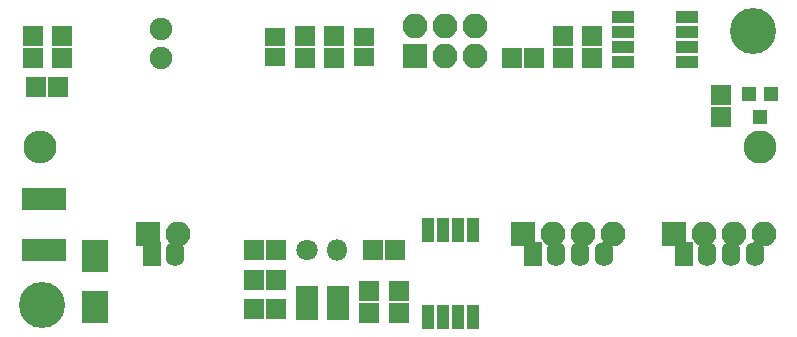
<source format=gts>
G04 #@! TF.GenerationSoftware,KiCad,Pcbnew,(5.1.0)-1*
G04 #@! TF.CreationDate,2019-06-25T11:49:38+01:00*
G04 #@! TF.ProjectId,BMS_Cell_Module,424d535f-4365-46c6-9c5f-4d6f64756c65,3.0*
G04 #@! TF.SameCoordinates,Original*
G04 #@! TF.FileFunction,Soldermask,Top*
G04 #@! TF.FilePolarity,Negative*
%FSLAX46Y46*%
G04 Gerber Fmt 4.6, Leading zero omitted, Abs format (unit mm)*
G04 Created by KiCad (PCBNEW (5.1.0)-1) date 2019-06-25 11:49:38*
%MOMM*%
%LPD*%
G04 APERTURE LIST*
%ADD10C,3.900000*%
%ADD11O,2.800000X2.800000*%
%ADD12C,2.800000*%
%ADD13R,3.800000X1.825000*%
%ADD14R,1.800000X1.725000*%
%ADD15R,2.100000X2.100000*%
%ADD16O,2.100000X2.100000*%
%ADD17R,2.200000X2.800000*%
%ADD18R,1.950000X1.000000*%
%ADD19R,1.050000X2.100000*%
%ADD20R,1.200000X1.300000*%
%ADD21C,1.900000*%
%ADD22R,1.725000X1.800000*%
%ADD23R,1.800000X1.550000*%
%ADD24R,1.600000X2.100000*%
%ADD25O,1.600000X2.100000*%
%ADD26C,1.800000*%
%ADD27O,1.800000X1.800000*%
%ADD28R,1.960000X1.050000*%
G04 APERTURE END LIST*
D10*
X110800000Y-96600000D03*
X171000000Y-73400000D03*
D11*
X110640000Y-83250000D03*
D12*
X171600000Y-83250000D03*
D13*
X111000000Y-87637500D03*
X111000000Y-91962500D03*
D14*
X133050000Y-75687500D03*
X133050000Y-73812500D03*
D15*
X164325000Y-90550000D03*
D16*
X166865000Y-90550000D03*
X169405000Y-90550000D03*
X171945000Y-90550000D03*
D17*
X115315000Y-96730000D03*
X115315000Y-92410000D03*
D14*
X154900000Y-75687500D03*
X154900000Y-73812500D03*
X157400000Y-75687500D03*
X157400000Y-73812500D03*
D18*
X165380000Y-72235000D03*
X165380000Y-73505000D03*
X165380000Y-74775000D03*
X165380000Y-76045000D03*
X159980000Y-76045000D03*
X159980000Y-74775000D03*
X159980000Y-73505000D03*
X159980000Y-72235000D03*
D19*
X143465000Y-90270000D03*
X144735000Y-90270000D03*
X146005000Y-90270000D03*
X147275000Y-90270000D03*
X147275000Y-97570000D03*
X146005000Y-97570000D03*
X144735000Y-97570000D03*
X143465000Y-97570000D03*
D20*
X171570000Y-80690000D03*
X170620000Y-78690000D03*
X172520000Y-78690000D03*
D21*
X120850000Y-75700000D03*
X120900000Y-73200000D03*
D22*
X128762500Y-96950000D03*
X130637500Y-96950000D03*
X110262500Y-78150000D03*
X112137500Y-78150000D03*
X150562500Y-75700000D03*
X152437500Y-75700000D03*
X140687500Y-91950000D03*
X138812500Y-91950000D03*
X130637500Y-94450000D03*
X128762500Y-94450000D03*
X130637500Y-91950000D03*
X128762500Y-91950000D03*
D23*
X130550000Y-75600000D03*
X130550000Y-73900000D03*
X138050000Y-73900000D03*
X138050000Y-75600000D03*
D14*
X135550000Y-75687500D03*
X135550000Y-73812500D03*
X141000000Y-97287500D03*
X141000000Y-95412500D03*
X138500000Y-97287500D03*
X138500000Y-95412500D03*
X112500000Y-73812500D03*
X112500000Y-75687500D03*
X110000000Y-73812500D03*
X110000000Y-75687500D03*
X168300000Y-78772500D03*
X168300000Y-80647500D03*
D24*
X152350000Y-92300000D03*
D25*
X154350000Y-92300000D03*
X156350000Y-92300000D03*
X158350000Y-92300000D03*
D24*
X165129762Y-92300000D03*
D25*
X167129762Y-92300000D03*
X169129762Y-92300000D03*
X171129762Y-92300000D03*
D15*
X142400000Y-75500000D03*
D16*
X142400000Y-72960000D03*
X144940000Y-75500000D03*
X144940000Y-72960000D03*
X147480000Y-75500000D03*
X147480000Y-72960000D03*
D26*
X133275000Y-91950000D03*
D27*
X135815000Y-91950000D03*
D24*
X120075000Y-92300000D03*
D25*
X122075000Y-92300000D03*
D28*
X135900000Y-97350000D03*
X135900000Y-96400000D03*
X135900000Y-95450000D03*
X133200000Y-95450000D03*
X133200000Y-97350000D03*
X133200000Y-96400000D03*
D16*
X159160000Y-90550000D03*
X156620000Y-90550000D03*
X154080000Y-90550000D03*
D15*
X151540000Y-90550000D03*
D16*
X122340000Y-90550000D03*
D15*
X119800000Y-90550000D03*
M02*

</source>
